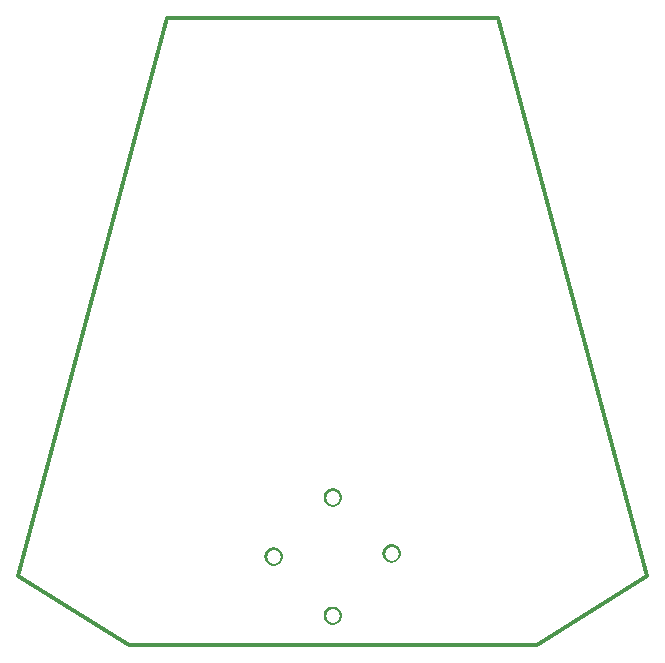
<source format=gto>
%TF.GenerationSoftware,KiCad,Pcbnew,(6.0.6)*%
%TF.CreationDate,2022-07-10T10:04:30+09:00*%
%TF.ProjectId,nowt_promicro_plate_B,6e6f7774-5f70-4726-9f6d-6963726f5f70,rev?*%
%TF.SameCoordinates,Original*%
%TF.FileFunction,Legend,Top*%
%TF.FilePolarity,Positive*%
%FSLAX46Y46*%
G04 Gerber Fmt 4.6, Leading zero omitted, Abs format (unit mm)*
G04 Created by KiCad (PCBNEW (6.0.6)) date 2022-07-10 10:04:30*
%MOMM*%
%LPD*%
G01*
G04 APERTURE LIST*
%TA.AperFunction,Profile*%
%ADD10C,0.349999*%
%TD*%
%ADD11C,0.350000*%
%ADD12C,1.200000*%
%ADD13C,2.300000*%
G04 APERTURE END LIST*
D10*
X42960000Y-56760000D02*
X42985871Y-56746749D01*
X42985871Y-56746749D02*
X43010997Y-56732302D01*
X47090223Y-60863932D02*
X47086407Y-60893959D01*
X47086407Y-60893959D02*
X47084090Y-60924430D01*
X47102199Y-60805357D02*
X47095499Y-60834385D01*
X47095499Y-60834385D02*
X47090223Y-60863932D01*
X37690275Y-61819159D02*
X37721151Y-61818378D01*
X37721151Y-61818378D02*
X37751622Y-61816061D01*
X48196445Y-61266425D02*
X48210893Y-61241299D01*
X48210893Y-61241299D02*
X48224143Y-61215428D01*
X37840225Y-60638052D02*
X37811196Y-60631352D01*
X37811196Y-60631352D02*
X37781649Y-60626075D01*
X37598902Y-60626075D02*
X37569355Y-60631352D01*
X48164111Y-61314293D02*
X48180839Y-61290769D01*
X48180839Y-61290769D02*
X48196445Y-61266425D01*
X42102972Y-56280514D02*
X42106788Y-56310541D01*
X42106788Y-56310541D02*
X42112064Y-56340088D01*
X37540326Y-60638052D02*
X37511854Y-60646137D01*
X43292962Y-66127779D02*
X43287685Y-66098233D01*
X43287685Y-66098233D02*
X43280986Y-66069205D01*
X42413879Y-65691571D02*
X42388753Y-65706019D01*
X42388753Y-65706019D02*
X42364409Y-65721625D01*
X43227459Y-66505146D02*
X43240709Y-66479276D01*
X43240709Y-66479276D02*
X43252724Y-66452698D01*
X37308620Y-60756173D02*
X37286849Y-60775031D01*
X48224143Y-61215428D02*
X48236159Y-61188851D01*
X48236159Y-61188851D02*
X48246902Y-61161604D01*
X48107573Y-60531043D02*
X48086735Y-60511176D01*
X48086735Y-60511176D02*
X48064965Y-60492318D01*
X48246902Y-61161604D02*
X48256335Y-61133726D01*
X48256335Y-61133726D02*
X48264420Y-61105253D01*
X37483976Y-60655570D02*
X37456729Y-60666313D01*
X43081531Y-66682140D02*
X43103302Y-66663282D01*
X43103302Y-66663282D02*
X43124139Y-66643415D01*
X43280986Y-66069205D02*
X43272901Y-66040732D01*
X43272901Y-66040732D02*
X43263467Y-66012854D01*
X42388753Y-66732287D02*
X42413879Y-66746734D01*
X42413879Y-66746734D02*
X42439750Y-66759984D01*
X37331286Y-60738361D02*
X37308620Y-60756173D01*
X37126683Y-61425459D02*
X37137426Y-61452706D01*
X42275611Y-65794891D02*
X42255744Y-65815728D01*
X42255744Y-65815728D02*
X42236885Y-65837499D01*
X43272901Y-66397573D02*
X43280986Y-66369101D01*
X43280986Y-66369101D02*
X43287685Y-66340073D01*
X43162864Y-66600806D02*
X43180677Y-66578140D01*
X43180677Y-66578140D02*
X43197405Y-66554616D01*
X37690275Y-60619162D02*
X37659399Y-60619943D01*
X43287685Y-66340073D02*
X43292962Y-66310526D01*
X43292962Y-66310526D02*
X43296778Y-66280499D01*
X42102972Y-66157807D02*
X42100655Y-66188277D01*
X42100655Y-66188277D02*
X42099875Y-66219153D01*
X37404280Y-60691579D02*
X37379154Y-60706026D01*
X37117250Y-61397581D02*
X37126683Y-61425459D01*
X42126849Y-66040732D02*
X42118764Y-66069205D01*
X42118764Y-66069205D02*
X42112064Y-66098233D01*
X38217859Y-60933167D02*
X38203412Y-60908040D01*
X42761222Y-66816053D02*
X42791249Y-66812238D01*
X42791249Y-66812238D02*
X42820796Y-66806961D01*
X42159041Y-66479276D02*
X42172291Y-66505146D01*
X42172291Y-66505146D02*
X42186739Y-66530273D01*
X37896576Y-60655570D02*
X37868697Y-60646137D01*
X43144006Y-65815728D02*
X43124139Y-65794891D01*
X43124139Y-65794891D02*
X43103302Y-65775024D01*
X42118764Y-56069220D02*
X42112064Y-56098248D01*
X42112064Y-56098248D02*
X42106788Y-56127795D01*
X43124139Y-66643415D02*
X43144006Y-66622577D01*
X43144006Y-66622577D02*
X43162864Y-66600806D01*
X37137426Y-61452706D02*
X37149442Y-61479283D01*
X69351120Y-62855536D02*
X69351120Y-62855536D01*
X42960000Y-65678321D02*
X42933422Y-65666305D01*
X42933422Y-65666305D02*
X42906175Y-65655562D01*
X42878297Y-66792176D02*
X42906175Y-66782743D01*
X42906175Y-66782743D02*
X42933422Y-66772000D01*
X38283362Y-61127787D02*
X38278086Y-61098240D01*
X42340885Y-66699952D02*
X42364409Y-66716680D01*
X42364409Y-66716680D02*
X42388753Y-66732287D01*
X37177139Y-61530280D02*
X37192746Y-61554624D01*
X43299875Y-66219153D02*
X43299875Y-66219153D01*
X43299875Y-66219153D02*
X43299875Y-66219153D01*
X37721151Y-60619943D02*
X37690275Y-60619162D01*
X37430151Y-60678329D02*
X37404280Y-60691579D01*
X42136282Y-66425451D02*
X42147026Y-66452698D01*
X42147026Y-66452698D02*
X42159041Y-66479276D01*
X37266012Y-60794898D02*
X37246145Y-60815736D01*
X48236159Y-60721760D02*
X48224143Y-60695182D01*
X48224143Y-60695182D02*
X48210893Y-60669312D01*
X42219073Y-66578140D02*
X42236885Y-66600806D01*
X42236885Y-66600806D02*
X42255744Y-66622577D01*
X48210893Y-60669312D02*
X48196445Y-60644185D01*
X48196445Y-60644185D02*
X48180839Y-60619842D01*
X37246145Y-60815736D02*
X37227286Y-60837507D01*
X42364409Y-65721625D02*
X42340885Y-65738353D01*
X42340885Y-65738353D02*
X42318219Y-65756165D01*
X42296448Y-66663282D02*
X42318219Y-66682140D01*
X42318219Y-66682140D02*
X42340885Y-66699952D01*
X37286849Y-60775031D02*
X37266012Y-60794898D01*
X42820796Y-66806961D02*
X42849824Y-66800261D01*
X42849824Y-66800261D02*
X42878297Y-66792176D01*
X48280212Y-60893959D02*
X48276397Y-60863932D01*
X48276397Y-60863932D02*
X48271120Y-60834385D01*
X48271120Y-60834385D02*
X48264420Y-60805357D01*
X48264420Y-60805357D02*
X48256335Y-60776885D01*
X48180839Y-60619842D02*
X48164111Y-60596318D01*
X48164111Y-60596318D02*
X48146298Y-60573652D01*
X48256335Y-60776885D02*
X48246902Y-60749007D01*
X48246902Y-60749007D02*
X48236159Y-60721760D01*
X48283310Y-60955305D02*
X48282529Y-60924430D01*
X48282529Y-60924430D02*
X48280212Y-60893959D01*
X42318219Y-65756165D02*
X42296448Y-65775024D01*
X42296448Y-65775024D02*
X42275611Y-65794891D01*
X42099875Y-66219153D02*
X42099875Y-66219153D01*
X42099875Y-66219153D02*
X42100655Y-66250028D01*
X37781649Y-60626075D02*
X37751622Y-60622260D01*
X48146298Y-60573652D02*
X48127440Y-60551881D01*
X48127440Y-60551881D02*
X48107573Y-60531043D01*
X42100655Y-66250028D02*
X42102972Y-66280499D01*
X42102972Y-66280499D02*
X42106788Y-66310526D01*
X47119717Y-60749007D02*
X47110284Y-60776885D01*
X47110284Y-60776885D02*
X47102199Y-60805357D01*
X42820796Y-55631359D02*
X42791249Y-55626083D01*
X42791249Y-55626083D02*
X42761222Y-55622267D01*
X38217859Y-61505154D02*
X38231109Y-61479283D01*
X38231109Y-61479283D02*
X38243125Y-61452706D01*
X37811196Y-61806969D02*
X37840225Y-61800269D01*
X37840225Y-61800269D02*
X37868697Y-61792184D01*
X42985871Y-55691587D02*
X42960000Y-55678336D01*
X42960000Y-55678336D02*
X42933422Y-55666321D01*
X42099875Y-56219168D02*
X42100655Y-56250044D01*
X42100655Y-56250044D02*
X42102972Y-56280514D01*
X37093373Y-61157814D02*
X37091056Y-61188285D01*
X37091056Y-61250036D02*
X37093373Y-61280506D01*
X37540326Y-61800269D02*
X37569355Y-61806969D01*
X37569355Y-61806969D02*
X37598902Y-61812245D01*
X38231109Y-60959037D02*
X38217859Y-60933167D01*
X43081531Y-55756181D02*
X43058865Y-55738369D01*
X43058865Y-55738369D02*
X43035341Y-55721640D01*
X42699875Y-15610083D02*
X28708011Y-15610083D01*
X42549925Y-55638059D02*
X42521453Y-55646144D01*
X42521453Y-55646144D02*
X42493575Y-55655577D01*
X47083309Y-60955305D02*
X47084090Y-60986181D01*
X47084090Y-60986181D02*
X47086407Y-61016651D01*
X48283310Y-60955305D02*
X48283310Y-60955305D01*
X38203412Y-60908040D02*
X38187805Y-60883697D01*
X38153265Y-60837507D02*
X38134407Y-60815736D01*
X56691738Y-15610083D02*
X42699875Y-15610083D01*
X37868697Y-61792184D02*
X37896576Y-61782751D01*
X37896576Y-61782751D02*
X37923823Y-61772008D01*
X37109165Y-61069212D02*
X37102465Y-61098240D01*
X37102465Y-61340080D02*
X37109165Y-61369108D01*
X42730751Y-65619935D02*
X42699875Y-65619154D01*
X42699875Y-65619154D02*
X42699875Y-65619154D01*
X43058865Y-56699967D02*
X43081531Y-56682155D01*
X43081531Y-56682155D02*
X43103302Y-56663297D01*
X37192746Y-60883697D02*
X37177139Y-60908040D01*
X37126683Y-61012862D02*
X37117250Y-61040740D01*
X43252724Y-55985622D02*
X43240709Y-55959045D01*
X43240709Y-55959045D02*
X43227459Y-55933174D01*
X42126849Y-56397588D02*
X42136282Y-56425467D01*
X42136282Y-56425467D02*
X42147026Y-56452713D01*
X42255744Y-55815743D02*
X42236885Y-55837514D01*
X42236885Y-55837514D02*
X42219073Y-55860180D01*
X43058865Y-65738353D02*
X43035341Y-65721625D01*
X43035341Y-65721625D02*
X43010997Y-65706019D01*
X42668999Y-66818370D02*
X42699875Y-66819151D01*
X42699875Y-66819151D02*
X42699875Y-66819151D01*
X38153265Y-61600814D02*
X38171077Y-61578148D01*
X38171077Y-61578148D02*
X38187805Y-61554624D01*
X42699875Y-15610083D02*
X42699875Y-15610083D01*
X28708011Y-15610083D02*
X16048630Y-62855536D01*
X42147026Y-65985607D02*
X42136282Y-66012854D01*
X42136282Y-66012854D02*
X42126849Y-66040732D01*
X38290276Y-61219160D02*
X38290276Y-61219160D01*
X38290276Y-61219160D02*
X38290276Y-61219160D01*
X42364409Y-56716695D02*
X42388753Y-56732302D01*
X42388753Y-56732302D02*
X42413879Y-56746749D01*
X42255744Y-66622577D02*
X42275611Y-66643415D01*
X42275611Y-66643415D02*
X42296448Y-66663282D01*
X42186739Y-66530273D02*
X42202345Y-66554616D01*
X42202345Y-66554616D02*
X42219073Y-66578140D01*
X38278086Y-61340080D02*
X38283362Y-61310534D01*
X38283362Y-61310534D02*
X38287178Y-61280506D01*
X42202345Y-65883689D02*
X42186739Y-65908033D01*
X42186739Y-65908033D02*
X42172291Y-65933159D01*
X43296778Y-56157822D02*
X43292962Y-56127795D01*
X43292962Y-56127795D02*
X43287685Y-56098248D01*
X37483976Y-61782751D02*
X37511854Y-61792184D01*
X37659399Y-60619943D02*
X37628929Y-60622260D01*
X42388753Y-55706034D02*
X42364409Y-55721640D01*
X42364409Y-55721640D02*
X42340885Y-55738369D01*
X38025741Y-60721633D02*
X38001397Y-60706026D01*
X38049265Y-60738361D02*
X38025741Y-60721633D01*
X38187805Y-60883697D02*
X38171077Y-60860173D01*
X16048630Y-62855536D02*
X25432392Y-68719160D01*
X16048630Y-62855536D02*
X16048630Y-62855536D01*
X38253868Y-61012862D02*
X38243125Y-60985615D01*
X37102465Y-61098240D02*
X37097188Y-61127787D01*
X42136282Y-56012869D02*
X42126849Y-56040748D01*
X42126849Y-56040748D02*
X42118764Y-56069220D01*
X38278086Y-61098240D02*
X38271386Y-61069212D01*
X42236885Y-65837499D02*
X42219073Y-65860165D01*
X42219073Y-65860165D02*
X42202345Y-65883689D01*
X37209474Y-61578148D02*
X37227286Y-61600814D01*
X48282529Y-60986181D02*
X48283310Y-60955305D01*
X48283310Y-60955305D02*
X48283310Y-60955305D01*
X48264420Y-61105253D02*
X48271120Y-61076225D01*
X48271120Y-61076225D02*
X48276397Y-61046679D01*
X48276397Y-61046679D02*
X48280212Y-61016651D01*
X48280212Y-61016651D02*
X48282529Y-60986181D01*
X47301653Y-61418292D02*
X47324319Y-61436105D01*
X47324319Y-61436105D02*
X47347843Y-61452833D01*
X42521453Y-65646129D02*
X42493575Y-65655562D01*
X42493575Y-65655562D02*
X42466328Y-65666305D01*
X47220320Y-61336959D02*
X47239178Y-61358730D01*
X47239178Y-61358730D02*
X47259045Y-61379567D01*
X47259045Y-61379567D02*
X47279883Y-61399434D01*
X47279883Y-61399434D02*
X47301653Y-61418292D01*
X37456729Y-60666313D02*
X37430151Y-60678329D01*
X47347843Y-61452833D02*
X47372187Y-61468439D01*
X47372187Y-61468439D02*
X47397313Y-61482887D01*
X47397313Y-61482887D02*
X47423184Y-61496137D01*
X47423184Y-61496137D02*
X47449761Y-61508153D01*
X37690275Y-60619162D02*
X37690275Y-60619162D01*
X47449761Y-61508153D02*
X47477008Y-61518896D01*
X47477008Y-61518896D02*
X47504887Y-61528329D01*
X47504887Y-61528329D02*
X47533359Y-61536414D01*
X47533359Y-61536414D02*
X47562387Y-61543114D01*
X47562387Y-61543114D02*
X47591934Y-61548390D01*
X47591934Y-61548390D02*
X47621961Y-61552206D01*
X47621961Y-61552206D02*
X47652432Y-61554523D01*
X47652432Y-61554523D02*
X47683308Y-61555304D01*
X47683308Y-61555304D02*
X47683308Y-61555304D01*
X47683308Y-61555304D02*
X47714184Y-61554523D01*
X47714184Y-61554523D02*
X47744654Y-61552206D01*
X47744654Y-61552206D02*
X47774682Y-61548390D01*
X47774682Y-61548390D02*
X47804229Y-61543114D01*
X47804229Y-61543114D02*
X47833257Y-61536414D01*
X47833257Y-61536414D02*
X47861730Y-61528329D01*
X47861730Y-61528329D02*
X47889608Y-61518896D01*
X37308620Y-61682147D02*
X37331286Y-61699960D01*
X37286849Y-61663289D02*
X37308620Y-61682147D01*
X48086735Y-61399434D02*
X48107573Y-61379567D01*
X48107573Y-61379567D02*
X48127440Y-61358730D01*
X48042298Y-61436105D02*
X48064965Y-61418292D01*
X48064965Y-61418292D02*
X48086735Y-61399434D01*
X47994430Y-61468439D02*
X48018774Y-61452833D01*
X48018774Y-61452833D02*
X48042298Y-61436105D01*
X47943433Y-61496137D02*
X47969304Y-61482887D01*
X47969304Y-61482887D02*
X47994430Y-61468439D01*
X37628929Y-60622260D02*
X37598902Y-60626075D01*
X47889608Y-61518896D02*
X47916855Y-61508153D01*
X47916855Y-61508153D02*
X47943433Y-61496137D01*
X48127440Y-61358730D02*
X48146298Y-61336959D01*
X48146298Y-61336959D02*
X48164111Y-61314293D01*
X38114540Y-60794898D02*
X38093702Y-60775031D01*
X42106788Y-66310526D02*
X42112064Y-66340073D01*
X42112064Y-66340073D02*
X42118764Y-66369101D01*
X56691738Y-15610083D02*
X56691738Y-15610083D01*
X42439750Y-66759984D02*
X42466328Y-66772000D01*
X42466328Y-66772000D02*
X42493575Y-66782743D01*
X42275611Y-56643430D02*
X42296448Y-56663297D01*
X42296448Y-56663297D02*
X42318219Y-56682155D01*
X37569355Y-60631352D02*
X37540326Y-60638052D01*
X42118764Y-66369101D02*
X42126849Y-66397573D01*
X42126849Y-66397573D02*
X42136282Y-66425451D01*
X37751622Y-60622260D02*
X37721151Y-60619943D01*
X25432392Y-68719160D02*
X25432392Y-68719160D01*
X37379154Y-60706026D02*
X37354810Y-60721633D01*
X38243125Y-60985615D02*
X38231109Y-60959037D01*
X59967358Y-68719160D02*
X59967358Y-68719160D01*
X38025741Y-61716688D02*
X38049265Y-61699960D01*
X38049265Y-61699960D02*
X38071931Y-61682147D01*
X38263301Y-61040740D02*
X38253868Y-61012862D01*
X38001397Y-60706026D02*
X37976271Y-60691579D01*
X69351120Y-62855536D02*
X56691738Y-15610083D01*
X37177139Y-60908040D02*
X37162692Y-60933167D01*
X37090275Y-61219160D02*
X37091056Y-61250036D01*
X37923823Y-60666313D02*
X37896576Y-60655570D01*
X38071931Y-60756173D02*
X38049265Y-60738361D01*
X37227286Y-60837507D02*
X37209474Y-60860173D01*
X37162692Y-60933167D02*
X37149442Y-60959037D01*
X37149442Y-60959037D02*
X37137426Y-60985615D01*
X37117250Y-61040740D02*
X37109165Y-61069212D01*
X37209474Y-60860173D02*
X37192746Y-60883697D01*
X38093702Y-60775031D02*
X38071931Y-60756173D01*
X37868697Y-60646137D02*
X37840225Y-60638052D01*
X42318219Y-56682155D02*
X42340885Y-56699967D01*
X42340885Y-56699967D02*
X42364409Y-56716695D01*
X42668999Y-55619950D02*
X42638528Y-55622267D01*
X42638528Y-55622267D02*
X42608501Y-55626083D01*
X43296778Y-66280499D02*
X43299095Y-66250028D01*
X43299095Y-66250028D02*
X43299875Y-66219153D01*
X42638528Y-56816069D02*
X42668999Y-56818386D01*
X42668999Y-56818386D02*
X42699875Y-56819166D01*
X37354810Y-61716688D02*
X37379154Y-61732294D01*
X42439750Y-55678336D02*
X42413879Y-55691587D01*
X42413879Y-55691587D02*
X42388753Y-55706034D01*
X37976271Y-61746742D02*
X38001397Y-61732294D01*
X38001397Y-61732294D02*
X38025741Y-61716688D01*
X47916855Y-60402458D02*
X47889608Y-60391715D01*
X47889608Y-60391715D02*
X47861730Y-60382282D01*
X47591934Y-60362220D02*
X47562387Y-60367497D01*
X47562387Y-60367497D02*
X47533359Y-60374197D01*
X37192746Y-61554624D02*
X37209474Y-61578148D01*
X42172291Y-65933159D02*
X42159041Y-65959030D01*
X42159041Y-65959030D02*
X42147026Y-65985607D01*
X47423184Y-60414474D02*
X47397313Y-60427724D01*
X47397313Y-60427724D02*
X47372187Y-60442171D01*
X37091056Y-61188285D02*
X37090275Y-61219160D01*
X42296448Y-55775039D02*
X42275611Y-55794906D01*
X42275611Y-55794906D02*
X42255744Y-55815743D01*
X43263467Y-56425467D02*
X43272901Y-56397588D01*
X43272901Y-56397588D02*
X43280986Y-56369116D01*
X42985871Y-66746734D02*
X43010997Y-66732287D01*
X43010997Y-66732287D02*
X43035341Y-66716680D01*
X42159041Y-55959045D02*
X42147026Y-55985622D01*
X42147026Y-55985622D02*
X42136282Y-56012869D01*
X47279883Y-60511176D02*
X47259045Y-60531043D01*
X47259045Y-60531043D02*
X47239178Y-60551881D01*
X42112064Y-56340088D02*
X42118764Y-56369116D01*
X42118764Y-56369116D02*
X42126849Y-56397588D01*
X47239178Y-60551881D02*
X47220320Y-60573652D01*
X47220320Y-60573652D02*
X47202508Y-60596318D01*
X47202508Y-60596318D02*
X47185780Y-60619842D01*
X47185780Y-60619842D02*
X47170173Y-60644185D01*
X43103302Y-65775024D02*
X43081531Y-65756165D01*
X43081531Y-65756165D02*
X43058865Y-65738353D01*
X37751622Y-61816061D02*
X37781649Y-61812245D01*
X37781649Y-61812245D02*
X37811196Y-61806969D01*
X37659399Y-61818378D02*
X37690275Y-61819159D01*
X37690275Y-61819159D02*
X37690275Y-61819159D01*
X47652432Y-60356088D02*
X47621961Y-60358405D01*
X47621961Y-60358405D02*
X47591934Y-60362220D01*
X43180677Y-56578155D02*
X43197405Y-56554632D01*
X43197405Y-56554632D02*
X43213011Y-56530288D01*
X43299875Y-56219168D02*
X43299095Y-56188292D01*
X43299095Y-56188292D02*
X43296778Y-56157822D01*
X42791249Y-65626068D02*
X42761222Y-65622252D01*
X42761222Y-65622252D02*
X42730751Y-65619935D01*
X47170173Y-60644185D02*
X47155726Y-60669312D01*
X47155726Y-60669312D02*
X47142476Y-60695182D01*
X43299095Y-66188277D02*
X43296778Y-66157807D01*
X43296778Y-66157807D02*
X43292962Y-66127779D01*
X47477008Y-60391715D02*
X47449761Y-60402458D01*
X47449761Y-60402458D02*
X47423184Y-60414474D01*
X42219073Y-55860180D02*
X42202345Y-55883704D01*
X42202345Y-55883704D02*
X42186739Y-55908048D01*
X38287178Y-61280506D02*
X38289495Y-61250036D01*
X38289495Y-61250036D02*
X38290276Y-61219160D01*
X47142476Y-60695182D02*
X47130460Y-60721760D01*
X47130460Y-60721760D02*
X47119717Y-60749007D01*
X43010997Y-65706019D02*
X42985871Y-65691571D01*
X42985871Y-65691571D02*
X42960000Y-65678321D01*
X47110284Y-61133726D02*
X47119717Y-61161604D01*
X47119717Y-61161604D02*
X47130460Y-61188851D01*
X43287685Y-56098248D02*
X43280986Y-56069220D01*
X43280986Y-56069220D02*
X43272901Y-56040748D01*
X43240709Y-56479291D02*
X43252724Y-56452713D01*
X43252724Y-56452713D02*
X43263467Y-56425467D01*
X38290276Y-61219160D02*
X38289495Y-61188285D01*
X42186739Y-55908048D02*
X42172291Y-55933174D01*
X42172291Y-55933174D02*
X42159041Y-55959045D01*
X37598902Y-61812245D02*
X37628929Y-61816061D01*
X37628929Y-61816061D02*
X37659399Y-61818378D01*
X38171077Y-60860173D02*
X38153265Y-60837507D01*
X42699875Y-55619169D02*
X42699875Y-55619169D01*
X42699875Y-55619169D02*
X42668999Y-55619950D01*
X43280986Y-56369116D02*
X43287685Y-56340088D01*
X43287685Y-56340088D02*
X43292962Y-56310541D01*
X43180677Y-65860165D02*
X43162864Y-65837499D01*
X43162864Y-65837499D02*
X43144006Y-65815728D01*
X42340885Y-55738369D02*
X42318219Y-55756181D01*
X42318219Y-55756181D02*
X42296448Y-55775039D01*
X42172291Y-56505162D02*
X42186739Y-56530288D01*
X42186739Y-56530288D02*
X42202345Y-56554632D01*
X42761222Y-55622267D02*
X42730751Y-55619950D01*
X42730751Y-55619950D02*
X42699875Y-55619169D01*
X42578954Y-65631344D02*
X42549925Y-65638044D01*
X42549925Y-65638044D02*
X42521453Y-65646129D01*
X42608501Y-66812238D02*
X42638528Y-66816053D01*
X42638528Y-66816053D02*
X42668999Y-66818370D01*
X42638528Y-65622252D02*
X42608501Y-65626068D01*
X42608501Y-65626068D02*
X42578954Y-65631344D01*
X47372187Y-60442171D02*
X47347843Y-60457778D01*
X47347843Y-60457778D02*
X47324319Y-60474506D01*
X37093373Y-61280506D02*
X37097188Y-61310534D01*
X38071931Y-61682147D02*
X38093702Y-61663289D01*
X38093702Y-61663289D02*
X38114540Y-61643422D01*
X42933422Y-66772000D02*
X42960000Y-66759984D01*
X42960000Y-66759984D02*
X42985871Y-66746734D01*
X43162864Y-55837514D02*
X43144006Y-55815743D01*
X43144006Y-55815743D02*
X43124139Y-55794906D01*
X43299095Y-56250044D02*
X43299875Y-56219168D01*
X43299875Y-56219168D02*
X43299875Y-56219168D01*
X47744654Y-60358405D02*
X47714184Y-60356088D01*
X47714184Y-60356088D02*
X47683308Y-60355307D01*
X47185780Y-61290769D02*
X47202508Y-61314293D01*
X47202508Y-61314293D02*
X47220320Y-61336959D01*
X37923823Y-61772008D02*
X37950400Y-61759992D01*
X37950400Y-61759992D02*
X37976271Y-61746742D01*
X47533359Y-60374197D02*
X47504887Y-60382282D01*
X47504887Y-60382282D02*
X47477008Y-60391715D01*
X38243125Y-61452706D02*
X38253868Y-61425459D01*
X38253868Y-61425459D02*
X38263301Y-61397581D01*
X42112064Y-66098233D02*
X42106788Y-66127779D01*
X42106788Y-66127779D02*
X42102972Y-66157807D01*
X43299875Y-56219168D02*
X43299875Y-56219168D01*
X43299875Y-66219153D02*
X43299095Y-66188277D01*
X47324319Y-60474506D02*
X47301653Y-60492318D01*
X47301653Y-60492318D02*
X47279883Y-60511176D01*
X38271386Y-61069212D02*
X38263301Y-61040740D01*
X47683308Y-60355307D02*
X47683308Y-60355307D01*
X47683308Y-60355307D02*
X47652432Y-60356088D01*
X43035341Y-66716680D02*
X43058865Y-66699952D01*
X43058865Y-66699952D02*
X43081531Y-66682140D01*
X47861730Y-60382282D02*
X47833257Y-60374197D01*
X47833257Y-60374197D02*
X47804229Y-60367497D01*
X43213011Y-56530288D02*
X43227459Y-56505162D01*
X43227459Y-56505162D02*
X43240709Y-56479291D01*
X38289495Y-61188285D02*
X38287178Y-61157814D01*
X42236885Y-56600822D02*
X42255744Y-56622592D01*
X42255744Y-56622592D02*
X42275611Y-56643430D01*
X42699875Y-56819166D02*
X42699875Y-56819166D01*
X42699875Y-56819166D02*
X42730751Y-56818386D01*
X42493575Y-55655577D02*
X42466328Y-55666321D01*
X42466328Y-55666321D02*
X42439750Y-55678336D01*
X59967358Y-68719160D02*
X69351120Y-62855536D01*
X42100655Y-56188292D02*
X42099875Y-56219168D01*
X42099875Y-56219168D02*
X42099875Y-56219168D01*
X42466328Y-65666305D02*
X42439750Y-65678321D01*
X42439750Y-65678321D02*
X42413879Y-65691571D01*
X37379154Y-61732294D02*
X37404280Y-61746742D01*
X37354810Y-60721633D02*
X37331286Y-60738361D01*
X47804229Y-60367497D02*
X47774682Y-60362220D01*
X47774682Y-60362220D02*
X47744654Y-60358405D01*
X43292962Y-56310541D02*
X43296778Y-56280514D01*
X43296778Y-56280514D02*
X43299095Y-56250044D01*
X42699875Y-65619154D02*
X42668999Y-65619935D01*
X42668999Y-65619935D02*
X42638528Y-65622252D01*
X43252724Y-66452698D02*
X43263467Y-66425451D01*
X43263467Y-66425451D02*
X43272901Y-66397573D01*
X43197405Y-66554616D02*
X43213011Y-66530273D01*
X43213011Y-66530273D02*
X43227459Y-66505146D01*
X37090275Y-61219160D02*
X37090275Y-61219160D01*
X42202345Y-56554632D02*
X42219073Y-56578155D01*
X42219073Y-56578155D02*
X42236885Y-56600822D01*
X37137426Y-60985615D02*
X37126683Y-61012862D01*
X43272901Y-56040748D02*
X43263467Y-56012869D01*
X43263467Y-56012869D02*
X43252724Y-55985622D01*
X37511854Y-60646137D02*
X37483976Y-60655570D01*
X42699875Y-68719160D02*
X42699875Y-68719160D01*
X37976271Y-60691579D02*
X37950400Y-60678329D01*
X25432392Y-68719160D02*
X42699875Y-68719160D01*
X42906175Y-65655562D02*
X42878297Y-65646129D01*
X42878297Y-65646129D02*
X42849824Y-65638044D01*
X42493575Y-66782743D02*
X42521453Y-66792176D01*
X42521453Y-66792176D02*
X42549925Y-66800261D01*
X42549925Y-66800261D02*
X42578954Y-66806961D01*
X42578954Y-66806961D02*
X42608501Y-66812238D01*
X42849824Y-65638044D02*
X42820796Y-65631344D01*
X42820796Y-65631344D02*
X42791249Y-65626068D01*
X42730751Y-56818386D02*
X42761222Y-56816069D01*
X42761222Y-56816069D02*
X42791249Y-56812253D01*
X42608501Y-55626083D02*
X42578954Y-55631359D01*
X42578954Y-55631359D02*
X42549925Y-55638059D01*
X37266012Y-61643422D02*
X37286849Y-61663289D01*
X43227459Y-55933174D02*
X43213011Y-55908048D01*
X43213011Y-55908048D02*
X43197405Y-55883704D01*
X37404280Y-61746742D02*
X37430151Y-61759992D01*
X37149442Y-61479283D02*
X37162692Y-61505154D01*
X47969304Y-60427724D02*
X47943433Y-60414474D01*
X47943433Y-60414474D02*
X47916855Y-60402458D01*
X38287178Y-61157814D02*
X38283362Y-61127787D01*
X43035341Y-55721640D02*
X43010997Y-55706034D01*
X43010997Y-55706034D02*
X42985871Y-55691587D01*
X37109165Y-61369108D02*
X37117250Y-61397581D01*
X42699875Y-66819151D02*
X42730751Y-66818370D01*
X42730751Y-66818370D02*
X42761222Y-66816053D01*
X38187805Y-61554624D02*
X38203412Y-61530280D01*
X38203412Y-61530280D02*
X38217859Y-61505154D01*
X42413879Y-56746749D02*
X42439750Y-56760000D01*
X42439750Y-56760000D02*
X42466328Y-56772015D01*
X42466328Y-56772015D02*
X42493575Y-56782758D01*
X42493575Y-56782758D02*
X42521453Y-56792191D01*
X38263301Y-61397581D02*
X38271386Y-61369108D01*
X38271386Y-61369108D02*
X38278086Y-61340080D01*
X42147026Y-56452713D02*
X42159041Y-56479291D01*
X42159041Y-56479291D02*
X42172291Y-56505162D01*
X47086407Y-61016651D02*
X47090223Y-61046679D01*
X47090223Y-61046679D02*
X47095499Y-61076225D01*
X47095499Y-61076225D02*
X47102199Y-61105253D01*
X47102199Y-61105253D02*
X47110284Y-61133726D01*
X42699875Y-68719160D02*
X59967358Y-68719160D01*
X42878297Y-55646144D02*
X42849824Y-55638059D01*
X42849824Y-55638059D02*
X42820796Y-55631359D01*
X37331286Y-61699960D02*
X37354810Y-61716688D01*
X42106788Y-56127795D02*
X42102972Y-56157822D01*
X42102972Y-56157822D02*
X42100655Y-56188292D01*
X48064965Y-60492318D02*
X48042298Y-60474506D01*
X48042298Y-60474506D02*
X48018774Y-60457778D01*
X37097188Y-61310534D02*
X37102465Y-61340080D01*
X43144006Y-56622592D02*
X43162864Y-56600822D01*
X43162864Y-56600822D02*
X43180677Y-56578155D01*
X37430151Y-61759992D02*
X37456729Y-61772008D01*
X37456729Y-61772008D02*
X37483976Y-61782751D01*
X42791249Y-56812253D02*
X42820796Y-56806976D01*
X42820796Y-56806976D02*
X42849824Y-56800277D01*
X43213011Y-65908033D02*
X43197405Y-65883689D01*
X43197405Y-65883689D02*
X43180677Y-65860165D01*
X37227286Y-61600814D02*
X37246145Y-61622585D01*
X42578954Y-56806976D02*
X42608501Y-56812253D01*
X42608501Y-56812253D02*
X42638528Y-56816069D01*
X37246145Y-61622585D02*
X37266012Y-61643422D01*
X42849824Y-56800277D02*
X42878297Y-56792191D01*
X42878297Y-56792191D02*
X42906175Y-56782758D01*
X38134407Y-60815736D02*
X38114540Y-60794898D01*
X43240709Y-65959030D02*
X43227459Y-65933159D01*
X43227459Y-65933159D02*
X43213011Y-65908033D01*
X37511854Y-61792184D02*
X37540326Y-61800269D01*
X47130460Y-61188851D02*
X47142476Y-61215428D01*
X47142476Y-61215428D02*
X47155726Y-61241299D01*
X43124139Y-55794906D02*
X43103302Y-55775039D01*
X43103302Y-55775039D02*
X43081531Y-55756181D01*
X43197405Y-55883704D02*
X43180677Y-55860180D01*
X43180677Y-55860180D02*
X43162864Y-55837514D01*
X48018774Y-60457778D02*
X47994430Y-60442171D01*
X47994430Y-60442171D02*
X47969304Y-60427724D01*
X37162692Y-61505154D02*
X37177139Y-61530280D01*
X43010997Y-56732302D02*
X43035341Y-56716695D01*
X43035341Y-56716695D02*
X43058865Y-56699967D01*
X43103302Y-56663297D02*
X43124139Y-56643430D01*
X43124139Y-56643430D02*
X43144006Y-56622592D01*
X42906175Y-56782758D02*
X42933422Y-56772015D01*
X42933422Y-56772015D02*
X42960000Y-56760000D01*
X43263467Y-66012854D02*
X43252724Y-65985607D01*
X43252724Y-65985607D02*
X43240709Y-65959030D01*
X47084090Y-60924430D02*
X47083309Y-60955305D01*
X47083309Y-60955305D02*
X47083309Y-60955305D01*
X37950400Y-60678329D02*
X37923823Y-60666313D01*
X42521453Y-56792191D02*
X42549925Y-56800277D01*
X42549925Y-56800277D02*
X42578954Y-56806976D01*
X47155726Y-61241299D02*
X47170173Y-61266425D01*
X47170173Y-61266425D02*
X47185780Y-61290769D01*
X38114540Y-61643422D02*
X38134407Y-61622585D01*
X38134407Y-61622585D02*
X38153265Y-61600814D01*
X42933422Y-55666321D02*
X42906175Y-55655577D01*
X42906175Y-55655577D02*
X42878297Y-55646144D01*
X37097188Y-61127787D02*
X37093373Y-61157814D01*
D11*
X42700000Y-66230000D03*
X47680000Y-60970000D03*
X37690000Y-61230000D03*
X42700000Y-56220000D03*
X20680000Y-61020000D03*
X64730000Y-61000000D03*
X58610000Y-38190000D03*
X26820000Y-38180000D03*
%LPC*%
D12*
%TO.C,Ref\u002A\u002A*%
X42700000Y-66230000D03*
%TD*%
%TO.C,Ref\u002A\u002A*%
X47680000Y-60970000D03*
%TD*%
%TO.C,Ref\u002A\u002A*%
X37690000Y-61230000D03*
%TD*%
%TO.C,Ref\u002A\u002A*%
X42700000Y-56220000D03*
%TD*%
D13*
%TO.C,REF\u002A\u002A*%
X20680000Y-61020000D03*
%TD*%
%TO.C,REF\u002A\u002A*%
X64730000Y-61000000D03*
%TD*%
%TO.C,REF\u002A\u002A*%
X58610000Y-38190000D03*
%TD*%
%TO.C,REF\u002A\u002A*%
X26820000Y-38180000D03*
%TD*%
M02*

</source>
